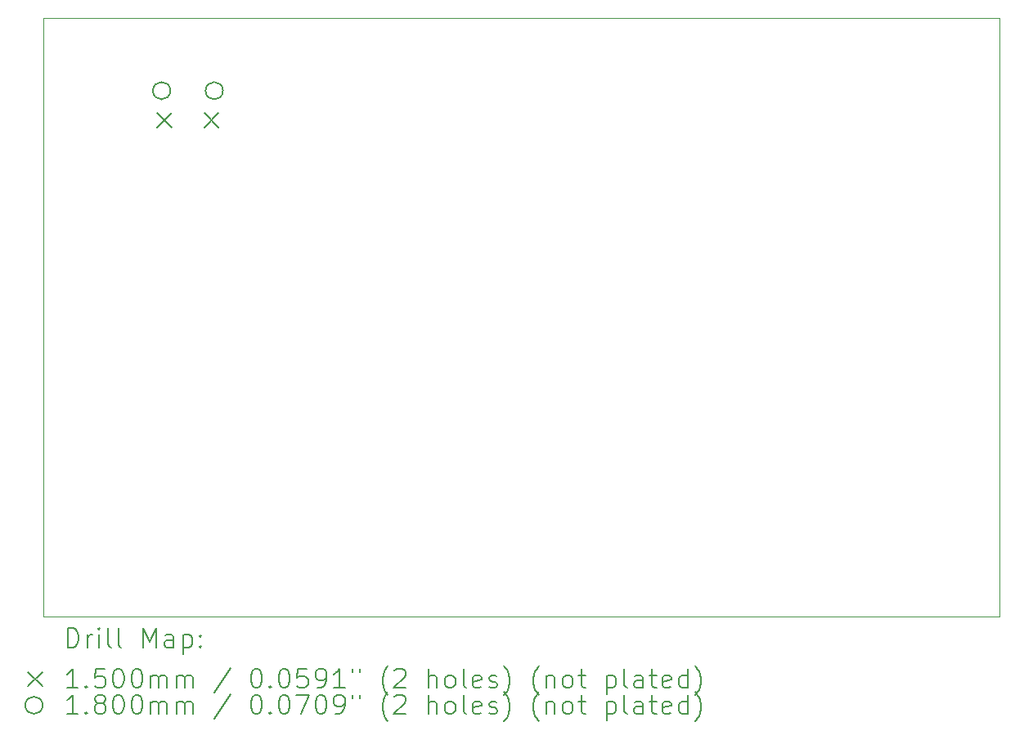
<source format=gbr>
%TF.GenerationSoftware,KiCad,Pcbnew,7.0.11+dfsg-1build4*%
%TF.CreationDate,2025-10-21T19:21:12-05:00*%
%TF.ProjectId,Synchronizer,53796e63-6872-46f6-9e69-7a65722e6b69,rev?*%
%TF.SameCoordinates,Original*%
%TF.FileFunction,Drillmap*%
%TF.FilePolarity,Positive*%
%FSLAX45Y45*%
G04 Gerber Fmt 4.5, Leading zero omitted, Abs format (unit mm)*
G04 Created by KiCad (PCBNEW 7.0.11+dfsg-1build4) date 2025-10-21 19:21:12*
%MOMM*%
%LPD*%
G01*
G04 APERTURE LIST*
%ADD10C,0.100000*%
%ADD11C,0.200000*%
%ADD12C,0.150000*%
%ADD13C,0.180000*%
G04 APERTURE END LIST*
D10*
X0Y0D02*
X9900000Y0D01*
X9900000Y-6200000D01*
X0Y-6200000D01*
X0Y0D01*
D11*
D12*
X1181500Y-980000D02*
X1331500Y-1130000D01*
X1331500Y-980000D02*
X1181500Y-1130000D01*
X1666500Y-980000D02*
X1816500Y-1130000D01*
X1816500Y-980000D02*
X1666500Y-1130000D01*
D13*
X1316500Y-752000D02*
G75*
G03*
X1136500Y-752000I-90000J0D01*
G01*
X1136500Y-752000D02*
G75*
G03*
X1316500Y-752000I90000J0D01*
G01*
X1861500Y-752000D02*
G75*
G03*
X1681500Y-752000I-90000J0D01*
G01*
X1681500Y-752000D02*
G75*
G03*
X1861500Y-752000I90000J0D01*
G01*
D11*
X255777Y-6516484D02*
X255777Y-6316484D01*
X255777Y-6316484D02*
X303396Y-6316484D01*
X303396Y-6316484D02*
X331967Y-6326008D01*
X331967Y-6326008D02*
X351015Y-6345055D01*
X351015Y-6345055D02*
X360539Y-6364103D01*
X360539Y-6364103D02*
X370062Y-6402198D01*
X370062Y-6402198D02*
X370062Y-6430769D01*
X370062Y-6430769D02*
X360539Y-6468865D01*
X360539Y-6468865D02*
X351015Y-6487912D01*
X351015Y-6487912D02*
X331967Y-6506960D01*
X331967Y-6506960D02*
X303396Y-6516484D01*
X303396Y-6516484D02*
X255777Y-6516484D01*
X455777Y-6516484D02*
X455777Y-6383150D01*
X455777Y-6421246D02*
X465301Y-6402198D01*
X465301Y-6402198D02*
X474824Y-6392674D01*
X474824Y-6392674D02*
X493872Y-6383150D01*
X493872Y-6383150D02*
X512920Y-6383150D01*
X579586Y-6516484D02*
X579586Y-6383150D01*
X579586Y-6316484D02*
X570063Y-6326008D01*
X570063Y-6326008D02*
X579586Y-6335531D01*
X579586Y-6335531D02*
X589110Y-6326008D01*
X589110Y-6326008D02*
X579586Y-6316484D01*
X579586Y-6316484D02*
X579586Y-6335531D01*
X703396Y-6516484D02*
X684348Y-6506960D01*
X684348Y-6506960D02*
X674824Y-6487912D01*
X674824Y-6487912D02*
X674824Y-6316484D01*
X808158Y-6516484D02*
X789110Y-6506960D01*
X789110Y-6506960D02*
X779586Y-6487912D01*
X779586Y-6487912D02*
X779586Y-6316484D01*
X1036729Y-6516484D02*
X1036729Y-6316484D01*
X1036729Y-6316484D02*
X1103396Y-6459341D01*
X1103396Y-6459341D02*
X1170063Y-6316484D01*
X1170063Y-6316484D02*
X1170063Y-6516484D01*
X1351015Y-6516484D02*
X1351015Y-6411722D01*
X1351015Y-6411722D02*
X1341491Y-6392674D01*
X1341491Y-6392674D02*
X1322444Y-6383150D01*
X1322444Y-6383150D02*
X1284348Y-6383150D01*
X1284348Y-6383150D02*
X1265301Y-6392674D01*
X1351015Y-6506960D02*
X1331967Y-6516484D01*
X1331967Y-6516484D02*
X1284348Y-6516484D01*
X1284348Y-6516484D02*
X1265301Y-6506960D01*
X1265301Y-6506960D02*
X1255777Y-6487912D01*
X1255777Y-6487912D02*
X1255777Y-6468865D01*
X1255777Y-6468865D02*
X1265301Y-6449817D01*
X1265301Y-6449817D02*
X1284348Y-6440293D01*
X1284348Y-6440293D02*
X1331967Y-6440293D01*
X1331967Y-6440293D02*
X1351015Y-6430769D01*
X1446253Y-6383150D02*
X1446253Y-6583150D01*
X1446253Y-6392674D02*
X1465301Y-6383150D01*
X1465301Y-6383150D02*
X1503396Y-6383150D01*
X1503396Y-6383150D02*
X1522443Y-6392674D01*
X1522443Y-6392674D02*
X1531967Y-6402198D01*
X1531967Y-6402198D02*
X1541491Y-6421246D01*
X1541491Y-6421246D02*
X1541491Y-6478388D01*
X1541491Y-6478388D02*
X1531967Y-6497436D01*
X1531967Y-6497436D02*
X1522443Y-6506960D01*
X1522443Y-6506960D02*
X1503396Y-6516484D01*
X1503396Y-6516484D02*
X1465301Y-6516484D01*
X1465301Y-6516484D02*
X1446253Y-6506960D01*
X1627205Y-6497436D02*
X1636729Y-6506960D01*
X1636729Y-6506960D02*
X1627205Y-6516484D01*
X1627205Y-6516484D02*
X1617682Y-6506960D01*
X1617682Y-6506960D02*
X1627205Y-6497436D01*
X1627205Y-6497436D02*
X1627205Y-6516484D01*
X1627205Y-6392674D02*
X1636729Y-6402198D01*
X1636729Y-6402198D02*
X1627205Y-6411722D01*
X1627205Y-6411722D02*
X1617682Y-6402198D01*
X1617682Y-6402198D02*
X1627205Y-6392674D01*
X1627205Y-6392674D02*
X1627205Y-6411722D01*
D12*
X-155000Y-6770000D02*
X-5000Y-6920000D01*
X-5000Y-6770000D02*
X-155000Y-6920000D01*
D11*
X360539Y-6936484D02*
X246253Y-6936484D01*
X303396Y-6936484D02*
X303396Y-6736484D01*
X303396Y-6736484D02*
X284348Y-6765055D01*
X284348Y-6765055D02*
X265301Y-6784103D01*
X265301Y-6784103D02*
X246253Y-6793627D01*
X446253Y-6917436D02*
X455777Y-6926960D01*
X455777Y-6926960D02*
X446253Y-6936484D01*
X446253Y-6936484D02*
X436729Y-6926960D01*
X436729Y-6926960D02*
X446253Y-6917436D01*
X446253Y-6917436D02*
X446253Y-6936484D01*
X636729Y-6736484D02*
X541491Y-6736484D01*
X541491Y-6736484D02*
X531967Y-6831722D01*
X531967Y-6831722D02*
X541491Y-6822198D01*
X541491Y-6822198D02*
X560539Y-6812674D01*
X560539Y-6812674D02*
X608158Y-6812674D01*
X608158Y-6812674D02*
X627205Y-6822198D01*
X627205Y-6822198D02*
X636729Y-6831722D01*
X636729Y-6831722D02*
X646253Y-6850769D01*
X646253Y-6850769D02*
X646253Y-6898388D01*
X646253Y-6898388D02*
X636729Y-6917436D01*
X636729Y-6917436D02*
X627205Y-6926960D01*
X627205Y-6926960D02*
X608158Y-6936484D01*
X608158Y-6936484D02*
X560539Y-6936484D01*
X560539Y-6936484D02*
X541491Y-6926960D01*
X541491Y-6926960D02*
X531967Y-6917436D01*
X770062Y-6736484D02*
X789110Y-6736484D01*
X789110Y-6736484D02*
X808158Y-6746008D01*
X808158Y-6746008D02*
X817682Y-6755531D01*
X817682Y-6755531D02*
X827205Y-6774579D01*
X827205Y-6774579D02*
X836729Y-6812674D01*
X836729Y-6812674D02*
X836729Y-6860293D01*
X836729Y-6860293D02*
X827205Y-6898388D01*
X827205Y-6898388D02*
X817682Y-6917436D01*
X817682Y-6917436D02*
X808158Y-6926960D01*
X808158Y-6926960D02*
X789110Y-6936484D01*
X789110Y-6936484D02*
X770062Y-6936484D01*
X770062Y-6936484D02*
X751015Y-6926960D01*
X751015Y-6926960D02*
X741491Y-6917436D01*
X741491Y-6917436D02*
X731967Y-6898388D01*
X731967Y-6898388D02*
X722443Y-6860293D01*
X722443Y-6860293D02*
X722443Y-6812674D01*
X722443Y-6812674D02*
X731967Y-6774579D01*
X731967Y-6774579D02*
X741491Y-6755531D01*
X741491Y-6755531D02*
X751015Y-6746008D01*
X751015Y-6746008D02*
X770062Y-6736484D01*
X960539Y-6736484D02*
X979586Y-6736484D01*
X979586Y-6736484D02*
X998634Y-6746008D01*
X998634Y-6746008D02*
X1008158Y-6755531D01*
X1008158Y-6755531D02*
X1017682Y-6774579D01*
X1017682Y-6774579D02*
X1027205Y-6812674D01*
X1027205Y-6812674D02*
X1027205Y-6860293D01*
X1027205Y-6860293D02*
X1017682Y-6898388D01*
X1017682Y-6898388D02*
X1008158Y-6917436D01*
X1008158Y-6917436D02*
X998634Y-6926960D01*
X998634Y-6926960D02*
X979586Y-6936484D01*
X979586Y-6936484D02*
X960539Y-6936484D01*
X960539Y-6936484D02*
X941491Y-6926960D01*
X941491Y-6926960D02*
X931967Y-6917436D01*
X931967Y-6917436D02*
X922443Y-6898388D01*
X922443Y-6898388D02*
X912920Y-6860293D01*
X912920Y-6860293D02*
X912920Y-6812674D01*
X912920Y-6812674D02*
X922443Y-6774579D01*
X922443Y-6774579D02*
X931967Y-6755531D01*
X931967Y-6755531D02*
X941491Y-6746008D01*
X941491Y-6746008D02*
X960539Y-6736484D01*
X1112920Y-6936484D02*
X1112920Y-6803150D01*
X1112920Y-6822198D02*
X1122444Y-6812674D01*
X1122444Y-6812674D02*
X1141491Y-6803150D01*
X1141491Y-6803150D02*
X1170063Y-6803150D01*
X1170063Y-6803150D02*
X1189110Y-6812674D01*
X1189110Y-6812674D02*
X1198634Y-6831722D01*
X1198634Y-6831722D02*
X1198634Y-6936484D01*
X1198634Y-6831722D02*
X1208158Y-6812674D01*
X1208158Y-6812674D02*
X1227205Y-6803150D01*
X1227205Y-6803150D02*
X1255777Y-6803150D01*
X1255777Y-6803150D02*
X1274825Y-6812674D01*
X1274825Y-6812674D02*
X1284348Y-6831722D01*
X1284348Y-6831722D02*
X1284348Y-6936484D01*
X1379586Y-6936484D02*
X1379586Y-6803150D01*
X1379586Y-6822198D02*
X1389110Y-6812674D01*
X1389110Y-6812674D02*
X1408158Y-6803150D01*
X1408158Y-6803150D02*
X1436729Y-6803150D01*
X1436729Y-6803150D02*
X1455777Y-6812674D01*
X1455777Y-6812674D02*
X1465301Y-6831722D01*
X1465301Y-6831722D02*
X1465301Y-6936484D01*
X1465301Y-6831722D02*
X1474824Y-6812674D01*
X1474824Y-6812674D02*
X1493872Y-6803150D01*
X1493872Y-6803150D02*
X1522443Y-6803150D01*
X1522443Y-6803150D02*
X1541491Y-6812674D01*
X1541491Y-6812674D02*
X1551015Y-6831722D01*
X1551015Y-6831722D02*
X1551015Y-6936484D01*
X1941491Y-6726960D02*
X1770063Y-6984103D01*
X2198634Y-6736484D02*
X2217682Y-6736484D01*
X2217682Y-6736484D02*
X2236729Y-6746008D01*
X2236729Y-6746008D02*
X2246253Y-6755531D01*
X2246253Y-6755531D02*
X2255777Y-6774579D01*
X2255777Y-6774579D02*
X2265301Y-6812674D01*
X2265301Y-6812674D02*
X2265301Y-6860293D01*
X2265301Y-6860293D02*
X2255777Y-6898388D01*
X2255777Y-6898388D02*
X2246253Y-6917436D01*
X2246253Y-6917436D02*
X2236729Y-6926960D01*
X2236729Y-6926960D02*
X2217682Y-6936484D01*
X2217682Y-6936484D02*
X2198634Y-6936484D01*
X2198634Y-6936484D02*
X2179587Y-6926960D01*
X2179587Y-6926960D02*
X2170063Y-6917436D01*
X2170063Y-6917436D02*
X2160539Y-6898388D01*
X2160539Y-6898388D02*
X2151015Y-6860293D01*
X2151015Y-6860293D02*
X2151015Y-6812674D01*
X2151015Y-6812674D02*
X2160539Y-6774579D01*
X2160539Y-6774579D02*
X2170063Y-6755531D01*
X2170063Y-6755531D02*
X2179587Y-6746008D01*
X2179587Y-6746008D02*
X2198634Y-6736484D01*
X2351015Y-6917436D02*
X2360539Y-6926960D01*
X2360539Y-6926960D02*
X2351015Y-6936484D01*
X2351015Y-6936484D02*
X2341491Y-6926960D01*
X2341491Y-6926960D02*
X2351015Y-6917436D01*
X2351015Y-6917436D02*
X2351015Y-6936484D01*
X2484348Y-6736484D02*
X2503396Y-6736484D01*
X2503396Y-6736484D02*
X2522444Y-6746008D01*
X2522444Y-6746008D02*
X2531968Y-6755531D01*
X2531968Y-6755531D02*
X2541491Y-6774579D01*
X2541491Y-6774579D02*
X2551015Y-6812674D01*
X2551015Y-6812674D02*
X2551015Y-6860293D01*
X2551015Y-6860293D02*
X2541491Y-6898388D01*
X2541491Y-6898388D02*
X2531968Y-6917436D01*
X2531968Y-6917436D02*
X2522444Y-6926960D01*
X2522444Y-6926960D02*
X2503396Y-6936484D01*
X2503396Y-6936484D02*
X2484348Y-6936484D01*
X2484348Y-6936484D02*
X2465301Y-6926960D01*
X2465301Y-6926960D02*
X2455777Y-6917436D01*
X2455777Y-6917436D02*
X2446253Y-6898388D01*
X2446253Y-6898388D02*
X2436729Y-6860293D01*
X2436729Y-6860293D02*
X2436729Y-6812674D01*
X2436729Y-6812674D02*
X2446253Y-6774579D01*
X2446253Y-6774579D02*
X2455777Y-6755531D01*
X2455777Y-6755531D02*
X2465301Y-6746008D01*
X2465301Y-6746008D02*
X2484348Y-6736484D01*
X2731968Y-6736484D02*
X2636729Y-6736484D01*
X2636729Y-6736484D02*
X2627206Y-6831722D01*
X2627206Y-6831722D02*
X2636729Y-6822198D01*
X2636729Y-6822198D02*
X2655777Y-6812674D01*
X2655777Y-6812674D02*
X2703396Y-6812674D01*
X2703396Y-6812674D02*
X2722444Y-6822198D01*
X2722444Y-6822198D02*
X2731968Y-6831722D01*
X2731968Y-6831722D02*
X2741491Y-6850769D01*
X2741491Y-6850769D02*
X2741491Y-6898388D01*
X2741491Y-6898388D02*
X2731968Y-6917436D01*
X2731968Y-6917436D02*
X2722444Y-6926960D01*
X2722444Y-6926960D02*
X2703396Y-6936484D01*
X2703396Y-6936484D02*
X2655777Y-6936484D01*
X2655777Y-6936484D02*
X2636729Y-6926960D01*
X2636729Y-6926960D02*
X2627206Y-6917436D01*
X2836729Y-6936484D02*
X2874825Y-6936484D01*
X2874825Y-6936484D02*
X2893872Y-6926960D01*
X2893872Y-6926960D02*
X2903396Y-6917436D01*
X2903396Y-6917436D02*
X2922444Y-6888865D01*
X2922444Y-6888865D02*
X2931967Y-6850769D01*
X2931967Y-6850769D02*
X2931967Y-6774579D01*
X2931967Y-6774579D02*
X2922444Y-6755531D01*
X2922444Y-6755531D02*
X2912920Y-6746008D01*
X2912920Y-6746008D02*
X2893872Y-6736484D01*
X2893872Y-6736484D02*
X2855777Y-6736484D01*
X2855777Y-6736484D02*
X2836729Y-6746008D01*
X2836729Y-6746008D02*
X2827206Y-6755531D01*
X2827206Y-6755531D02*
X2817682Y-6774579D01*
X2817682Y-6774579D02*
X2817682Y-6822198D01*
X2817682Y-6822198D02*
X2827206Y-6841246D01*
X2827206Y-6841246D02*
X2836729Y-6850769D01*
X2836729Y-6850769D02*
X2855777Y-6860293D01*
X2855777Y-6860293D02*
X2893872Y-6860293D01*
X2893872Y-6860293D02*
X2912920Y-6850769D01*
X2912920Y-6850769D02*
X2922444Y-6841246D01*
X2922444Y-6841246D02*
X2931967Y-6822198D01*
X3122444Y-6936484D02*
X3008158Y-6936484D01*
X3065301Y-6936484D02*
X3065301Y-6736484D01*
X3065301Y-6736484D02*
X3046253Y-6765055D01*
X3046253Y-6765055D02*
X3027206Y-6784103D01*
X3027206Y-6784103D02*
X3008158Y-6793627D01*
X3198634Y-6736484D02*
X3198634Y-6774579D01*
X3274825Y-6736484D02*
X3274825Y-6774579D01*
X3570063Y-7012674D02*
X3560539Y-7003150D01*
X3560539Y-7003150D02*
X3541491Y-6974579D01*
X3541491Y-6974579D02*
X3531968Y-6955531D01*
X3531968Y-6955531D02*
X3522444Y-6926960D01*
X3522444Y-6926960D02*
X3512920Y-6879341D01*
X3512920Y-6879341D02*
X3512920Y-6841246D01*
X3512920Y-6841246D02*
X3522444Y-6793627D01*
X3522444Y-6793627D02*
X3531968Y-6765055D01*
X3531968Y-6765055D02*
X3541491Y-6746008D01*
X3541491Y-6746008D02*
X3560539Y-6717436D01*
X3560539Y-6717436D02*
X3570063Y-6707912D01*
X3636729Y-6755531D02*
X3646253Y-6746008D01*
X3646253Y-6746008D02*
X3665301Y-6736484D01*
X3665301Y-6736484D02*
X3712920Y-6736484D01*
X3712920Y-6736484D02*
X3731968Y-6746008D01*
X3731968Y-6746008D02*
X3741491Y-6755531D01*
X3741491Y-6755531D02*
X3751015Y-6774579D01*
X3751015Y-6774579D02*
X3751015Y-6793627D01*
X3751015Y-6793627D02*
X3741491Y-6822198D01*
X3741491Y-6822198D02*
X3627206Y-6936484D01*
X3627206Y-6936484D02*
X3751015Y-6936484D01*
X3989110Y-6936484D02*
X3989110Y-6736484D01*
X4074825Y-6936484D02*
X4074825Y-6831722D01*
X4074825Y-6831722D02*
X4065301Y-6812674D01*
X4065301Y-6812674D02*
X4046253Y-6803150D01*
X4046253Y-6803150D02*
X4017682Y-6803150D01*
X4017682Y-6803150D02*
X3998634Y-6812674D01*
X3998634Y-6812674D02*
X3989110Y-6822198D01*
X4198634Y-6936484D02*
X4179587Y-6926960D01*
X4179587Y-6926960D02*
X4170063Y-6917436D01*
X4170063Y-6917436D02*
X4160539Y-6898388D01*
X4160539Y-6898388D02*
X4160539Y-6841246D01*
X4160539Y-6841246D02*
X4170063Y-6822198D01*
X4170063Y-6822198D02*
X4179587Y-6812674D01*
X4179587Y-6812674D02*
X4198634Y-6803150D01*
X4198634Y-6803150D02*
X4227206Y-6803150D01*
X4227206Y-6803150D02*
X4246253Y-6812674D01*
X4246253Y-6812674D02*
X4255777Y-6822198D01*
X4255777Y-6822198D02*
X4265301Y-6841246D01*
X4265301Y-6841246D02*
X4265301Y-6898388D01*
X4265301Y-6898388D02*
X4255777Y-6917436D01*
X4255777Y-6917436D02*
X4246253Y-6926960D01*
X4246253Y-6926960D02*
X4227206Y-6936484D01*
X4227206Y-6936484D02*
X4198634Y-6936484D01*
X4379587Y-6936484D02*
X4360539Y-6926960D01*
X4360539Y-6926960D02*
X4351015Y-6907912D01*
X4351015Y-6907912D02*
X4351015Y-6736484D01*
X4531968Y-6926960D02*
X4512920Y-6936484D01*
X4512920Y-6936484D02*
X4474825Y-6936484D01*
X4474825Y-6936484D02*
X4455777Y-6926960D01*
X4455777Y-6926960D02*
X4446253Y-6907912D01*
X4446253Y-6907912D02*
X4446253Y-6831722D01*
X4446253Y-6831722D02*
X4455777Y-6812674D01*
X4455777Y-6812674D02*
X4474825Y-6803150D01*
X4474825Y-6803150D02*
X4512920Y-6803150D01*
X4512920Y-6803150D02*
X4531968Y-6812674D01*
X4531968Y-6812674D02*
X4541492Y-6831722D01*
X4541492Y-6831722D02*
X4541492Y-6850769D01*
X4541492Y-6850769D02*
X4446253Y-6869817D01*
X4617682Y-6926960D02*
X4636730Y-6936484D01*
X4636730Y-6936484D02*
X4674825Y-6936484D01*
X4674825Y-6936484D02*
X4693873Y-6926960D01*
X4693873Y-6926960D02*
X4703396Y-6907912D01*
X4703396Y-6907912D02*
X4703396Y-6898388D01*
X4703396Y-6898388D02*
X4693873Y-6879341D01*
X4693873Y-6879341D02*
X4674825Y-6869817D01*
X4674825Y-6869817D02*
X4646253Y-6869817D01*
X4646253Y-6869817D02*
X4627206Y-6860293D01*
X4627206Y-6860293D02*
X4617682Y-6841246D01*
X4617682Y-6841246D02*
X4617682Y-6831722D01*
X4617682Y-6831722D02*
X4627206Y-6812674D01*
X4627206Y-6812674D02*
X4646253Y-6803150D01*
X4646253Y-6803150D02*
X4674825Y-6803150D01*
X4674825Y-6803150D02*
X4693873Y-6812674D01*
X4770063Y-7012674D02*
X4779587Y-7003150D01*
X4779587Y-7003150D02*
X4798634Y-6974579D01*
X4798634Y-6974579D02*
X4808158Y-6955531D01*
X4808158Y-6955531D02*
X4817682Y-6926960D01*
X4817682Y-6926960D02*
X4827206Y-6879341D01*
X4827206Y-6879341D02*
X4827206Y-6841246D01*
X4827206Y-6841246D02*
X4817682Y-6793627D01*
X4817682Y-6793627D02*
X4808158Y-6765055D01*
X4808158Y-6765055D02*
X4798634Y-6746008D01*
X4798634Y-6746008D02*
X4779587Y-6717436D01*
X4779587Y-6717436D02*
X4770063Y-6707912D01*
X5131968Y-7012674D02*
X5122444Y-7003150D01*
X5122444Y-7003150D02*
X5103396Y-6974579D01*
X5103396Y-6974579D02*
X5093873Y-6955531D01*
X5093873Y-6955531D02*
X5084349Y-6926960D01*
X5084349Y-6926960D02*
X5074825Y-6879341D01*
X5074825Y-6879341D02*
X5074825Y-6841246D01*
X5074825Y-6841246D02*
X5084349Y-6793627D01*
X5084349Y-6793627D02*
X5093873Y-6765055D01*
X5093873Y-6765055D02*
X5103396Y-6746008D01*
X5103396Y-6746008D02*
X5122444Y-6717436D01*
X5122444Y-6717436D02*
X5131968Y-6707912D01*
X5208158Y-6803150D02*
X5208158Y-6936484D01*
X5208158Y-6822198D02*
X5217682Y-6812674D01*
X5217682Y-6812674D02*
X5236730Y-6803150D01*
X5236730Y-6803150D02*
X5265301Y-6803150D01*
X5265301Y-6803150D02*
X5284349Y-6812674D01*
X5284349Y-6812674D02*
X5293873Y-6831722D01*
X5293873Y-6831722D02*
X5293873Y-6936484D01*
X5417682Y-6936484D02*
X5398634Y-6926960D01*
X5398634Y-6926960D02*
X5389111Y-6917436D01*
X5389111Y-6917436D02*
X5379587Y-6898388D01*
X5379587Y-6898388D02*
X5379587Y-6841246D01*
X5379587Y-6841246D02*
X5389111Y-6822198D01*
X5389111Y-6822198D02*
X5398634Y-6812674D01*
X5398634Y-6812674D02*
X5417682Y-6803150D01*
X5417682Y-6803150D02*
X5446254Y-6803150D01*
X5446254Y-6803150D02*
X5465301Y-6812674D01*
X5465301Y-6812674D02*
X5474825Y-6822198D01*
X5474825Y-6822198D02*
X5484349Y-6841246D01*
X5484349Y-6841246D02*
X5484349Y-6898388D01*
X5484349Y-6898388D02*
X5474825Y-6917436D01*
X5474825Y-6917436D02*
X5465301Y-6926960D01*
X5465301Y-6926960D02*
X5446254Y-6936484D01*
X5446254Y-6936484D02*
X5417682Y-6936484D01*
X5541492Y-6803150D02*
X5617682Y-6803150D01*
X5570063Y-6736484D02*
X5570063Y-6907912D01*
X5570063Y-6907912D02*
X5579587Y-6926960D01*
X5579587Y-6926960D02*
X5598634Y-6936484D01*
X5598634Y-6936484D02*
X5617682Y-6936484D01*
X5836730Y-6803150D02*
X5836730Y-7003150D01*
X5836730Y-6812674D02*
X5855777Y-6803150D01*
X5855777Y-6803150D02*
X5893873Y-6803150D01*
X5893873Y-6803150D02*
X5912920Y-6812674D01*
X5912920Y-6812674D02*
X5922444Y-6822198D01*
X5922444Y-6822198D02*
X5931968Y-6841246D01*
X5931968Y-6841246D02*
X5931968Y-6898388D01*
X5931968Y-6898388D02*
X5922444Y-6917436D01*
X5922444Y-6917436D02*
X5912920Y-6926960D01*
X5912920Y-6926960D02*
X5893873Y-6936484D01*
X5893873Y-6936484D02*
X5855777Y-6936484D01*
X5855777Y-6936484D02*
X5836730Y-6926960D01*
X6046253Y-6936484D02*
X6027206Y-6926960D01*
X6027206Y-6926960D02*
X6017682Y-6907912D01*
X6017682Y-6907912D02*
X6017682Y-6736484D01*
X6208158Y-6936484D02*
X6208158Y-6831722D01*
X6208158Y-6831722D02*
X6198634Y-6812674D01*
X6198634Y-6812674D02*
X6179587Y-6803150D01*
X6179587Y-6803150D02*
X6141492Y-6803150D01*
X6141492Y-6803150D02*
X6122444Y-6812674D01*
X6208158Y-6926960D02*
X6189111Y-6936484D01*
X6189111Y-6936484D02*
X6141492Y-6936484D01*
X6141492Y-6936484D02*
X6122444Y-6926960D01*
X6122444Y-6926960D02*
X6112920Y-6907912D01*
X6112920Y-6907912D02*
X6112920Y-6888865D01*
X6112920Y-6888865D02*
X6122444Y-6869817D01*
X6122444Y-6869817D02*
X6141492Y-6860293D01*
X6141492Y-6860293D02*
X6189111Y-6860293D01*
X6189111Y-6860293D02*
X6208158Y-6850769D01*
X6274825Y-6803150D02*
X6351015Y-6803150D01*
X6303396Y-6736484D02*
X6303396Y-6907912D01*
X6303396Y-6907912D02*
X6312920Y-6926960D01*
X6312920Y-6926960D02*
X6331968Y-6936484D01*
X6331968Y-6936484D02*
X6351015Y-6936484D01*
X6493873Y-6926960D02*
X6474825Y-6936484D01*
X6474825Y-6936484D02*
X6436730Y-6936484D01*
X6436730Y-6936484D02*
X6417682Y-6926960D01*
X6417682Y-6926960D02*
X6408158Y-6907912D01*
X6408158Y-6907912D02*
X6408158Y-6831722D01*
X6408158Y-6831722D02*
X6417682Y-6812674D01*
X6417682Y-6812674D02*
X6436730Y-6803150D01*
X6436730Y-6803150D02*
X6474825Y-6803150D01*
X6474825Y-6803150D02*
X6493873Y-6812674D01*
X6493873Y-6812674D02*
X6503396Y-6831722D01*
X6503396Y-6831722D02*
X6503396Y-6850769D01*
X6503396Y-6850769D02*
X6408158Y-6869817D01*
X6674825Y-6936484D02*
X6674825Y-6736484D01*
X6674825Y-6926960D02*
X6655777Y-6936484D01*
X6655777Y-6936484D02*
X6617682Y-6936484D01*
X6617682Y-6936484D02*
X6598634Y-6926960D01*
X6598634Y-6926960D02*
X6589111Y-6917436D01*
X6589111Y-6917436D02*
X6579587Y-6898388D01*
X6579587Y-6898388D02*
X6579587Y-6841246D01*
X6579587Y-6841246D02*
X6589111Y-6822198D01*
X6589111Y-6822198D02*
X6598634Y-6812674D01*
X6598634Y-6812674D02*
X6617682Y-6803150D01*
X6617682Y-6803150D02*
X6655777Y-6803150D01*
X6655777Y-6803150D02*
X6674825Y-6812674D01*
X6751015Y-7012674D02*
X6760539Y-7003150D01*
X6760539Y-7003150D02*
X6779587Y-6974579D01*
X6779587Y-6974579D02*
X6789111Y-6955531D01*
X6789111Y-6955531D02*
X6798634Y-6926960D01*
X6798634Y-6926960D02*
X6808158Y-6879341D01*
X6808158Y-6879341D02*
X6808158Y-6841246D01*
X6808158Y-6841246D02*
X6798634Y-6793627D01*
X6798634Y-6793627D02*
X6789111Y-6765055D01*
X6789111Y-6765055D02*
X6779587Y-6746008D01*
X6779587Y-6746008D02*
X6760539Y-6717436D01*
X6760539Y-6717436D02*
X6751015Y-6707912D01*
D13*
X-5000Y-7115000D02*
G75*
G03*
X-185000Y-7115000I-90000J0D01*
G01*
X-185000Y-7115000D02*
G75*
G03*
X-5000Y-7115000I90000J0D01*
G01*
D11*
X360539Y-7206484D02*
X246253Y-7206484D01*
X303396Y-7206484D02*
X303396Y-7006484D01*
X303396Y-7006484D02*
X284348Y-7035055D01*
X284348Y-7035055D02*
X265301Y-7054103D01*
X265301Y-7054103D02*
X246253Y-7063627D01*
X446253Y-7187436D02*
X455777Y-7196960D01*
X455777Y-7196960D02*
X446253Y-7206484D01*
X446253Y-7206484D02*
X436729Y-7196960D01*
X436729Y-7196960D02*
X446253Y-7187436D01*
X446253Y-7187436D02*
X446253Y-7206484D01*
X570063Y-7092198D02*
X551015Y-7082674D01*
X551015Y-7082674D02*
X541491Y-7073150D01*
X541491Y-7073150D02*
X531967Y-7054103D01*
X531967Y-7054103D02*
X531967Y-7044579D01*
X531967Y-7044579D02*
X541491Y-7025531D01*
X541491Y-7025531D02*
X551015Y-7016008D01*
X551015Y-7016008D02*
X570063Y-7006484D01*
X570063Y-7006484D02*
X608158Y-7006484D01*
X608158Y-7006484D02*
X627205Y-7016008D01*
X627205Y-7016008D02*
X636729Y-7025531D01*
X636729Y-7025531D02*
X646253Y-7044579D01*
X646253Y-7044579D02*
X646253Y-7054103D01*
X646253Y-7054103D02*
X636729Y-7073150D01*
X636729Y-7073150D02*
X627205Y-7082674D01*
X627205Y-7082674D02*
X608158Y-7092198D01*
X608158Y-7092198D02*
X570063Y-7092198D01*
X570063Y-7092198D02*
X551015Y-7101722D01*
X551015Y-7101722D02*
X541491Y-7111246D01*
X541491Y-7111246D02*
X531967Y-7130293D01*
X531967Y-7130293D02*
X531967Y-7168388D01*
X531967Y-7168388D02*
X541491Y-7187436D01*
X541491Y-7187436D02*
X551015Y-7196960D01*
X551015Y-7196960D02*
X570063Y-7206484D01*
X570063Y-7206484D02*
X608158Y-7206484D01*
X608158Y-7206484D02*
X627205Y-7196960D01*
X627205Y-7196960D02*
X636729Y-7187436D01*
X636729Y-7187436D02*
X646253Y-7168388D01*
X646253Y-7168388D02*
X646253Y-7130293D01*
X646253Y-7130293D02*
X636729Y-7111246D01*
X636729Y-7111246D02*
X627205Y-7101722D01*
X627205Y-7101722D02*
X608158Y-7092198D01*
X770062Y-7006484D02*
X789110Y-7006484D01*
X789110Y-7006484D02*
X808158Y-7016008D01*
X808158Y-7016008D02*
X817682Y-7025531D01*
X817682Y-7025531D02*
X827205Y-7044579D01*
X827205Y-7044579D02*
X836729Y-7082674D01*
X836729Y-7082674D02*
X836729Y-7130293D01*
X836729Y-7130293D02*
X827205Y-7168388D01*
X827205Y-7168388D02*
X817682Y-7187436D01*
X817682Y-7187436D02*
X808158Y-7196960D01*
X808158Y-7196960D02*
X789110Y-7206484D01*
X789110Y-7206484D02*
X770062Y-7206484D01*
X770062Y-7206484D02*
X751015Y-7196960D01*
X751015Y-7196960D02*
X741491Y-7187436D01*
X741491Y-7187436D02*
X731967Y-7168388D01*
X731967Y-7168388D02*
X722443Y-7130293D01*
X722443Y-7130293D02*
X722443Y-7082674D01*
X722443Y-7082674D02*
X731967Y-7044579D01*
X731967Y-7044579D02*
X741491Y-7025531D01*
X741491Y-7025531D02*
X751015Y-7016008D01*
X751015Y-7016008D02*
X770062Y-7006484D01*
X960539Y-7006484D02*
X979586Y-7006484D01*
X979586Y-7006484D02*
X998634Y-7016008D01*
X998634Y-7016008D02*
X1008158Y-7025531D01*
X1008158Y-7025531D02*
X1017682Y-7044579D01*
X1017682Y-7044579D02*
X1027205Y-7082674D01*
X1027205Y-7082674D02*
X1027205Y-7130293D01*
X1027205Y-7130293D02*
X1017682Y-7168388D01*
X1017682Y-7168388D02*
X1008158Y-7187436D01*
X1008158Y-7187436D02*
X998634Y-7196960D01*
X998634Y-7196960D02*
X979586Y-7206484D01*
X979586Y-7206484D02*
X960539Y-7206484D01*
X960539Y-7206484D02*
X941491Y-7196960D01*
X941491Y-7196960D02*
X931967Y-7187436D01*
X931967Y-7187436D02*
X922443Y-7168388D01*
X922443Y-7168388D02*
X912920Y-7130293D01*
X912920Y-7130293D02*
X912920Y-7082674D01*
X912920Y-7082674D02*
X922443Y-7044579D01*
X922443Y-7044579D02*
X931967Y-7025531D01*
X931967Y-7025531D02*
X941491Y-7016008D01*
X941491Y-7016008D02*
X960539Y-7006484D01*
X1112920Y-7206484D02*
X1112920Y-7073150D01*
X1112920Y-7092198D02*
X1122444Y-7082674D01*
X1122444Y-7082674D02*
X1141491Y-7073150D01*
X1141491Y-7073150D02*
X1170063Y-7073150D01*
X1170063Y-7073150D02*
X1189110Y-7082674D01*
X1189110Y-7082674D02*
X1198634Y-7101722D01*
X1198634Y-7101722D02*
X1198634Y-7206484D01*
X1198634Y-7101722D02*
X1208158Y-7082674D01*
X1208158Y-7082674D02*
X1227205Y-7073150D01*
X1227205Y-7073150D02*
X1255777Y-7073150D01*
X1255777Y-7073150D02*
X1274825Y-7082674D01*
X1274825Y-7082674D02*
X1284348Y-7101722D01*
X1284348Y-7101722D02*
X1284348Y-7206484D01*
X1379586Y-7206484D02*
X1379586Y-7073150D01*
X1379586Y-7092198D02*
X1389110Y-7082674D01*
X1389110Y-7082674D02*
X1408158Y-7073150D01*
X1408158Y-7073150D02*
X1436729Y-7073150D01*
X1436729Y-7073150D02*
X1455777Y-7082674D01*
X1455777Y-7082674D02*
X1465301Y-7101722D01*
X1465301Y-7101722D02*
X1465301Y-7206484D01*
X1465301Y-7101722D02*
X1474824Y-7082674D01*
X1474824Y-7082674D02*
X1493872Y-7073150D01*
X1493872Y-7073150D02*
X1522443Y-7073150D01*
X1522443Y-7073150D02*
X1541491Y-7082674D01*
X1541491Y-7082674D02*
X1551015Y-7101722D01*
X1551015Y-7101722D02*
X1551015Y-7206484D01*
X1941491Y-6996960D02*
X1770063Y-7254103D01*
X2198634Y-7006484D02*
X2217682Y-7006484D01*
X2217682Y-7006484D02*
X2236729Y-7016008D01*
X2236729Y-7016008D02*
X2246253Y-7025531D01*
X2246253Y-7025531D02*
X2255777Y-7044579D01*
X2255777Y-7044579D02*
X2265301Y-7082674D01*
X2265301Y-7082674D02*
X2265301Y-7130293D01*
X2265301Y-7130293D02*
X2255777Y-7168388D01*
X2255777Y-7168388D02*
X2246253Y-7187436D01*
X2246253Y-7187436D02*
X2236729Y-7196960D01*
X2236729Y-7196960D02*
X2217682Y-7206484D01*
X2217682Y-7206484D02*
X2198634Y-7206484D01*
X2198634Y-7206484D02*
X2179587Y-7196960D01*
X2179587Y-7196960D02*
X2170063Y-7187436D01*
X2170063Y-7187436D02*
X2160539Y-7168388D01*
X2160539Y-7168388D02*
X2151015Y-7130293D01*
X2151015Y-7130293D02*
X2151015Y-7082674D01*
X2151015Y-7082674D02*
X2160539Y-7044579D01*
X2160539Y-7044579D02*
X2170063Y-7025531D01*
X2170063Y-7025531D02*
X2179587Y-7016008D01*
X2179587Y-7016008D02*
X2198634Y-7006484D01*
X2351015Y-7187436D02*
X2360539Y-7196960D01*
X2360539Y-7196960D02*
X2351015Y-7206484D01*
X2351015Y-7206484D02*
X2341491Y-7196960D01*
X2341491Y-7196960D02*
X2351015Y-7187436D01*
X2351015Y-7187436D02*
X2351015Y-7206484D01*
X2484348Y-7006484D02*
X2503396Y-7006484D01*
X2503396Y-7006484D02*
X2522444Y-7016008D01*
X2522444Y-7016008D02*
X2531968Y-7025531D01*
X2531968Y-7025531D02*
X2541491Y-7044579D01*
X2541491Y-7044579D02*
X2551015Y-7082674D01*
X2551015Y-7082674D02*
X2551015Y-7130293D01*
X2551015Y-7130293D02*
X2541491Y-7168388D01*
X2541491Y-7168388D02*
X2531968Y-7187436D01*
X2531968Y-7187436D02*
X2522444Y-7196960D01*
X2522444Y-7196960D02*
X2503396Y-7206484D01*
X2503396Y-7206484D02*
X2484348Y-7206484D01*
X2484348Y-7206484D02*
X2465301Y-7196960D01*
X2465301Y-7196960D02*
X2455777Y-7187436D01*
X2455777Y-7187436D02*
X2446253Y-7168388D01*
X2446253Y-7168388D02*
X2436729Y-7130293D01*
X2436729Y-7130293D02*
X2436729Y-7082674D01*
X2436729Y-7082674D02*
X2446253Y-7044579D01*
X2446253Y-7044579D02*
X2455777Y-7025531D01*
X2455777Y-7025531D02*
X2465301Y-7016008D01*
X2465301Y-7016008D02*
X2484348Y-7006484D01*
X2617682Y-7006484D02*
X2751015Y-7006484D01*
X2751015Y-7006484D02*
X2665301Y-7206484D01*
X2865301Y-7006484D02*
X2884348Y-7006484D01*
X2884348Y-7006484D02*
X2903396Y-7016008D01*
X2903396Y-7016008D02*
X2912920Y-7025531D01*
X2912920Y-7025531D02*
X2922444Y-7044579D01*
X2922444Y-7044579D02*
X2931967Y-7082674D01*
X2931967Y-7082674D02*
X2931967Y-7130293D01*
X2931967Y-7130293D02*
X2922444Y-7168388D01*
X2922444Y-7168388D02*
X2912920Y-7187436D01*
X2912920Y-7187436D02*
X2903396Y-7196960D01*
X2903396Y-7196960D02*
X2884348Y-7206484D01*
X2884348Y-7206484D02*
X2865301Y-7206484D01*
X2865301Y-7206484D02*
X2846253Y-7196960D01*
X2846253Y-7196960D02*
X2836729Y-7187436D01*
X2836729Y-7187436D02*
X2827206Y-7168388D01*
X2827206Y-7168388D02*
X2817682Y-7130293D01*
X2817682Y-7130293D02*
X2817682Y-7082674D01*
X2817682Y-7082674D02*
X2827206Y-7044579D01*
X2827206Y-7044579D02*
X2836729Y-7025531D01*
X2836729Y-7025531D02*
X2846253Y-7016008D01*
X2846253Y-7016008D02*
X2865301Y-7006484D01*
X3027206Y-7206484D02*
X3065301Y-7206484D01*
X3065301Y-7206484D02*
X3084348Y-7196960D01*
X3084348Y-7196960D02*
X3093872Y-7187436D01*
X3093872Y-7187436D02*
X3112920Y-7158865D01*
X3112920Y-7158865D02*
X3122444Y-7120769D01*
X3122444Y-7120769D02*
X3122444Y-7044579D01*
X3122444Y-7044579D02*
X3112920Y-7025531D01*
X3112920Y-7025531D02*
X3103396Y-7016008D01*
X3103396Y-7016008D02*
X3084348Y-7006484D01*
X3084348Y-7006484D02*
X3046253Y-7006484D01*
X3046253Y-7006484D02*
X3027206Y-7016008D01*
X3027206Y-7016008D02*
X3017682Y-7025531D01*
X3017682Y-7025531D02*
X3008158Y-7044579D01*
X3008158Y-7044579D02*
X3008158Y-7092198D01*
X3008158Y-7092198D02*
X3017682Y-7111246D01*
X3017682Y-7111246D02*
X3027206Y-7120769D01*
X3027206Y-7120769D02*
X3046253Y-7130293D01*
X3046253Y-7130293D02*
X3084348Y-7130293D01*
X3084348Y-7130293D02*
X3103396Y-7120769D01*
X3103396Y-7120769D02*
X3112920Y-7111246D01*
X3112920Y-7111246D02*
X3122444Y-7092198D01*
X3198634Y-7006484D02*
X3198634Y-7044579D01*
X3274825Y-7006484D02*
X3274825Y-7044579D01*
X3570063Y-7282674D02*
X3560539Y-7273150D01*
X3560539Y-7273150D02*
X3541491Y-7244579D01*
X3541491Y-7244579D02*
X3531968Y-7225531D01*
X3531968Y-7225531D02*
X3522444Y-7196960D01*
X3522444Y-7196960D02*
X3512920Y-7149341D01*
X3512920Y-7149341D02*
X3512920Y-7111246D01*
X3512920Y-7111246D02*
X3522444Y-7063627D01*
X3522444Y-7063627D02*
X3531968Y-7035055D01*
X3531968Y-7035055D02*
X3541491Y-7016008D01*
X3541491Y-7016008D02*
X3560539Y-6987436D01*
X3560539Y-6987436D02*
X3570063Y-6977912D01*
X3636729Y-7025531D02*
X3646253Y-7016008D01*
X3646253Y-7016008D02*
X3665301Y-7006484D01*
X3665301Y-7006484D02*
X3712920Y-7006484D01*
X3712920Y-7006484D02*
X3731968Y-7016008D01*
X3731968Y-7016008D02*
X3741491Y-7025531D01*
X3741491Y-7025531D02*
X3751015Y-7044579D01*
X3751015Y-7044579D02*
X3751015Y-7063627D01*
X3751015Y-7063627D02*
X3741491Y-7092198D01*
X3741491Y-7092198D02*
X3627206Y-7206484D01*
X3627206Y-7206484D02*
X3751015Y-7206484D01*
X3989110Y-7206484D02*
X3989110Y-7006484D01*
X4074825Y-7206484D02*
X4074825Y-7101722D01*
X4074825Y-7101722D02*
X4065301Y-7082674D01*
X4065301Y-7082674D02*
X4046253Y-7073150D01*
X4046253Y-7073150D02*
X4017682Y-7073150D01*
X4017682Y-7073150D02*
X3998634Y-7082674D01*
X3998634Y-7082674D02*
X3989110Y-7092198D01*
X4198634Y-7206484D02*
X4179587Y-7196960D01*
X4179587Y-7196960D02*
X4170063Y-7187436D01*
X4170063Y-7187436D02*
X4160539Y-7168388D01*
X4160539Y-7168388D02*
X4160539Y-7111246D01*
X4160539Y-7111246D02*
X4170063Y-7092198D01*
X4170063Y-7092198D02*
X4179587Y-7082674D01*
X4179587Y-7082674D02*
X4198634Y-7073150D01*
X4198634Y-7073150D02*
X4227206Y-7073150D01*
X4227206Y-7073150D02*
X4246253Y-7082674D01*
X4246253Y-7082674D02*
X4255777Y-7092198D01*
X4255777Y-7092198D02*
X4265301Y-7111246D01*
X4265301Y-7111246D02*
X4265301Y-7168388D01*
X4265301Y-7168388D02*
X4255777Y-7187436D01*
X4255777Y-7187436D02*
X4246253Y-7196960D01*
X4246253Y-7196960D02*
X4227206Y-7206484D01*
X4227206Y-7206484D02*
X4198634Y-7206484D01*
X4379587Y-7206484D02*
X4360539Y-7196960D01*
X4360539Y-7196960D02*
X4351015Y-7177912D01*
X4351015Y-7177912D02*
X4351015Y-7006484D01*
X4531968Y-7196960D02*
X4512920Y-7206484D01*
X4512920Y-7206484D02*
X4474825Y-7206484D01*
X4474825Y-7206484D02*
X4455777Y-7196960D01*
X4455777Y-7196960D02*
X4446253Y-7177912D01*
X4446253Y-7177912D02*
X4446253Y-7101722D01*
X4446253Y-7101722D02*
X4455777Y-7082674D01*
X4455777Y-7082674D02*
X4474825Y-7073150D01*
X4474825Y-7073150D02*
X4512920Y-7073150D01*
X4512920Y-7073150D02*
X4531968Y-7082674D01*
X4531968Y-7082674D02*
X4541492Y-7101722D01*
X4541492Y-7101722D02*
X4541492Y-7120769D01*
X4541492Y-7120769D02*
X4446253Y-7139817D01*
X4617682Y-7196960D02*
X4636730Y-7206484D01*
X4636730Y-7206484D02*
X4674825Y-7206484D01*
X4674825Y-7206484D02*
X4693873Y-7196960D01*
X4693873Y-7196960D02*
X4703396Y-7177912D01*
X4703396Y-7177912D02*
X4703396Y-7168388D01*
X4703396Y-7168388D02*
X4693873Y-7149341D01*
X4693873Y-7149341D02*
X4674825Y-7139817D01*
X4674825Y-7139817D02*
X4646253Y-7139817D01*
X4646253Y-7139817D02*
X4627206Y-7130293D01*
X4627206Y-7130293D02*
X4617682Y-7111246D01*
X4617682Y-7111246D02*
X4617682Y-7101722D01*
X4617682Y-7101722D02*
X4627206Y-7082674D01*
X4627206Y-7082674D02*
X4646253Y-7073150D01*
X4646253Y-7073150D02*
X4674825Y-7073150D01*
X4674825Y-7073150D02*
X4693873Y-7082674D01*
X4770063Y-7282674D02*
X4779587Y-7273150D01*
X4779587Y-7273150D02*
X4798634Y-7244579D01*
X4798634Y-7244579D02*
X4808158Y-7225531D01*
X4808158Y-7225531D02*
X4817682Y-7196960D01*
X4817682Y-7196960D02*
X4827206Y-7149341D01*
X4827206Y-7149341D02*
X4827206Y-7111246D01*
X4827206Y-7111246D02*
X4817682Y-7063627D01*
X4817682Y-7063627D02*
X4808158Y-7035055D01*
X4808158Y-7035055D02*
X4798634Y-7016008D01*
X4798634Y-7016008D02*
X4779587Y-6987436D01*
X4779587Y-6987436D02*
X4770063Y-6977912D01*
X5131968Y-7282674D02*
X5122444Y-7273150D01*
X5122444Y-7273150D02*
X5103396Y-7244579D01*
X5103396Y-7244579D02*
X5093873Y-7225531D01*
X5093873Y-7225531D02*
X5084349Y-7196960D01*
X5084349Y-7196960D02*
X5074825Y-7149341D01*
X5074825Y-7149341D02*
X5074825Y-7111246D01*
X5074825Y-7111246D02*
X5084349Y-7063627D01*
X5084349Y-7063627D02*
X5093873Y-7035055D01*
X5093873Y-7035055D02*
X5103396Y-7016008D01*
X5103396Y-7016008D02*
X5122444Y-6987436D01*
X5122444Y-6987436D02*
X5131968Y-6977912D01*
X5208158Y-7073150D02*
X5208158Y-7206484D01*
X5208158Y-7092198D02*
X5217682Y-7082674D01*
X5217682Y-7082674D02*
X5236730Y-7073150D01*
X5236730Y-7073150D02*
X5265301Y-7073150D01*
X5265301Y-7073150D02*
X5284349Y-7082674D01*
X5284349Y-7082674D02*
X5293873Y-7101722D01*
X5293873Y-7101722D02*
X5293873Y-7206484D01*
X5417682Y-7206484D02*
X5398634Y-7196960D01*
X5398634Y-7196960D02*
X5389111Y-7187436D01*
X5389111Y-7187436D02*
X5379587Y-7168388D01*
X5379587Y-7168388D02*
X5379587Y-7111246D01*
X5379587Y-7111246D02*
X5389111Y-7092198D01*
X5389111Y-7092198D02*
X5398634Y-7082674D01*
X5398634Y-7082674D02*
X5417682Y-7073150D01*
X5417682Y-7073150D02*
X5446254Y-7073150D01*
X5446254Y-7073150D02*
X5465301Y-7082674D01*
X5465301Y-7082674D02*
X5474825Y-7092198D01*
X5474825Y-7092198D02*
X5484349Y-7111246D01*
X5484349Y-7111246D02*
X5484349Y-7168388D01*
X5484349Y-7168388D02*
X5474825Y-7187436D01*
X5474825Y-7187436D02*
X5465301Y-7196960D01*
X5465301Y-7196960D02*
X5446254Y-7206484D01*
X5446254Y-7206484D02*
X5417682Y-7206484D01*
X5541492Y-7073150D02*
X5617682Y-7073150D01*
X5570063Y-7006484D02*
X5570063Y-7177912D01*
X5570063Y-7177912D02*
X5579587Y-7196960D01*
X5579587Y-7196960D02*
X5598634Y-7206484D01*
X5598634Y-7206484D02*
X5617682Y-7206484D01*
X5836730Y-7073150D02*
X5836730Y-7273150D01*
X5836730Y-7082674D02*
X5855777Y-7073150D01*
X5855777Y-7073150D02*
X5893873Y-7073150D01*
X5893873Y-7073150D02*
X5912920Y-7082674D01*
X5912920Y-7082674D02*
X5922444Y-7092198D01*
X5922444Y-7092198D02*
X5931968Y-7111246D01*
X5931968Y-7111246D02*
X5931968Y-7168388D01*
X5931968Y-7168388D02*
X5922444Y-7187436D01*
X5922444Y-7187436D02*
X5912920Y-7196960D01*
X5912920Y-7196960D02*
X5893873Y-7206484D01*
X5893873Y-7206484D02*
X5855777Y-7206484D01*
X5855777Y-7206484D02*
X5836730Y-7196960D01*
X6046253Y-7206484D02*
X6027206Y-7196960D01*
X6027206Y-7196960D02*
X6017682Y-7177912D01*
X6017682Y-7177912D02*
X6017682Y-7006484D01*
X6208158Y-7206484D02*
X6208158Y-7101722D01*
X6208158Y-7101722D02*
X6198634Y-7082674D01*
X6198634Y-7082674D02*
X6179587Y-7073150D01*
X6179587Y-7073150D02*
X6141492Y-7073150D01*
X6141492Y-7073150D02*
X6122444Y-7082674D01*
X6208158Y-7196960D02*
X6189111Y-7206484D01*
X6189111Y-7206484D02*
X6141492Y-7206484D01*
X6141492Y-7206484D02*
X6122444Y-7196960D01*
X6122444Y-7196960D02*
X6112920Y-7177912D01*
X6112920Y-7177912D02*
X6112920Y-7158865D01*
X6112920Y-7158865D02*
X6122444Y-7139817D01*
X6122444Y-7139817D02*
X6141492Y-7130293D01*
X6141492Y-7130293D02*
X6189111Y-7130293D01*
X6189111Y-7130293D02*
X6208158Y-7120769D01*
X6274825Y-7073150D02*
X6351015Y-7073150D01*
X6303396Y-7006484D02*
X6303396Y-7177912D01*
X6303396Y-7177912D02*
X6312920Y-7196960D01*
X6312920Y-7196960D02*
X6331968Y-7206484D01*
X6331968Y-7206484D02*
X6351015Y-7206484D01*
X6493873Y-7196960D02*
X6474825Y-7206484D01*
X6474825Y-7206484D02*
X6436730Y-7206484D01*
X6436730Y-7206484D02*
X6417682Y-7196960D01*
X6417682Y-7196960D02*
X6408158Y-7177912D01*
X6408158Y-7177912D02*
X6408158Y-7101722D01*
X6408158Y-7101722D02*
X6417682Y-7082674D01*
X6417682Y-7082674D02*
X6436730Y-7073150D01*
X6436730Y-7073150D02*
X6474825Y-7073150D01*
X6474825Y-7073150D02*
X6493873Y-7082674D01*
X6493873Y-7082674D02*
X6503396Y-7101722D01*
X6503396Y-7101722D02*
X6503396Y-7120769D01*
X6503396Y-7120769D02*
X6408158Y-7139817D01*
X6674825Y-7206484D02*
X6674825Y-7006484D01*
X6674825Y-7196960D02*
X6655777Y-7206484D01*
X6655777Y-7206484D02*
X6617682Y-7206484D01*
X6617682Y-7206484D02*
X6598634Y-7196960D01*
X6598634Y-7196960D02*
X6589111Y-7187436D01*
X6589111Y-7187436D02*
X6579587Y-7168388D01*
X6579587Y-7168388D02*
X6579587Y-7111246D01*
X6579587Y-7111246D02*
X6589111Y-7092198D01*
X6589111Y-7092198D02*
X6598634Y-7082674D01*
X6598634Y-7082674D02*
X6617682Y-7073150D01*
X6617682Y-7073150D02*
X6655777Y-7073150D01*
X6655777Y-7073150D02*
X6674825Y-7082674D01*
X6751015Y-7282674D02*
X6760539Y-7273150D01*
X6760539Y-7273150D02*
X6779587Y-7244579D01*
X6779587Y-7244579D02*
X6789111Y-7225531D01*
X6789111Y-7225531D02*
X6798634Y-7196960D01*
X6798634Y-7196960D02*
X6808158Y-7149341D01*
X6808158Y-7149341D02*
X6808158Y-7111246D01*
X6808158Y-7111246D02*
X6798634Y-7063627D01*
X6798634Y-7063627D02*
X6789111Y-7035055D01*
X6789111Y-7035055D02*
X6779587Y-7016008D01*
X6779587Y-7016008D02*
X6760539Y-6987436D01*
X6760539Y-6987436D02*
X6751015Y-6977912D01*
M02*

</source>
